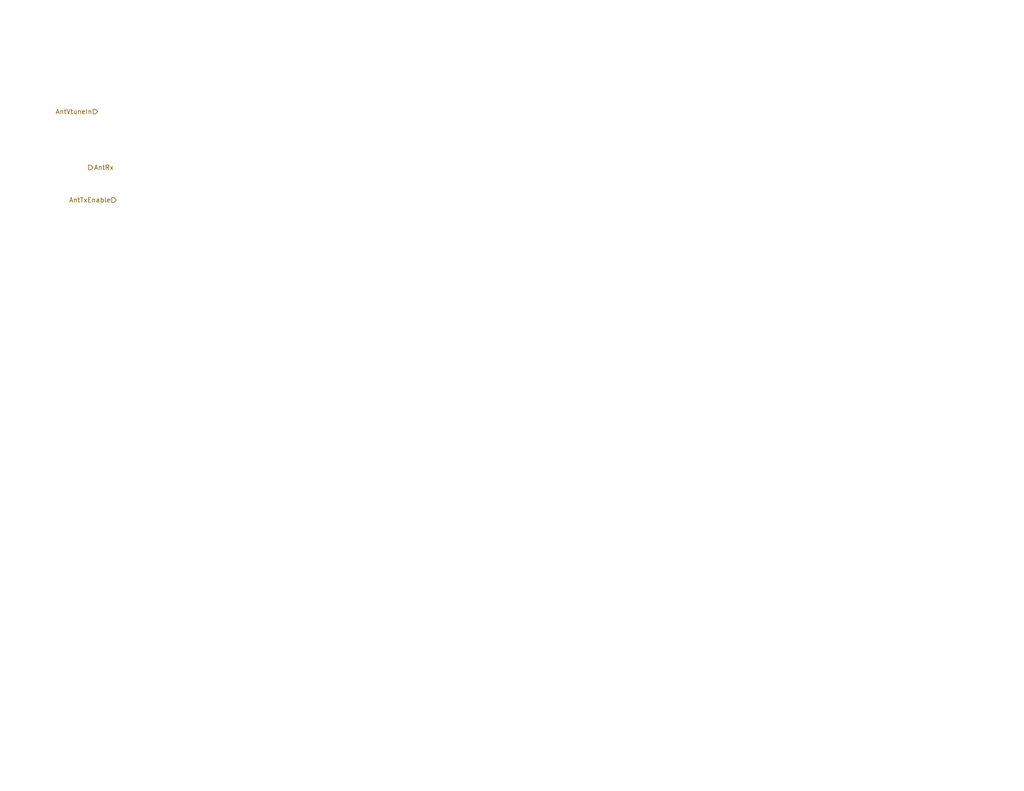
<source format=kicad_sch>
(kicad_sch
	(version 20250114)
	(generator "eeschema")
	(generator_version "9.0")
	(uuid "8dbaf92a-d78e-45bd-985c-169947901fa4")
	(paper "A")
	(title_block
		(title "USB SSB Transciever overview")
		(date "2025-03-23")
		(company "SoftShack")
		(comment 1 "Alan Mimms")
		(comment 2 "WB7NAB")
	)
	(lib_symbols)
	(hierarchical_label "AntTxEnable"
		(shape input)
		(at 31.75 54.61 180)
		(effects
			(font
				(size 1.27 1.27)
			)
			(justify right)
		)
		(uuid "3217e3aa-0c3d-484e-bd32-c5d390ea4013")
	)
	(hierarchical_label "AntRx"
		(shape output)
		(at 24.13 45.72 0)
		(effects
			(font
				(size 1.27 1.27)
			)
			(justify left)
		)
		(uuid "5fb18d56-c406-46d2-9adf-f04ee43e93e6")
	)
	(hierarchical_label "AntVtuneIn"
		(shape input)
		(at 26.67 30.48 180)
		(effects
			(font
				(size 1.27 1.27)
			)
			(justify right)
		)
		(uuid "6667ad5b-82fb-497d-bac7-ba2bddb689b8")
	)
)

</source>
